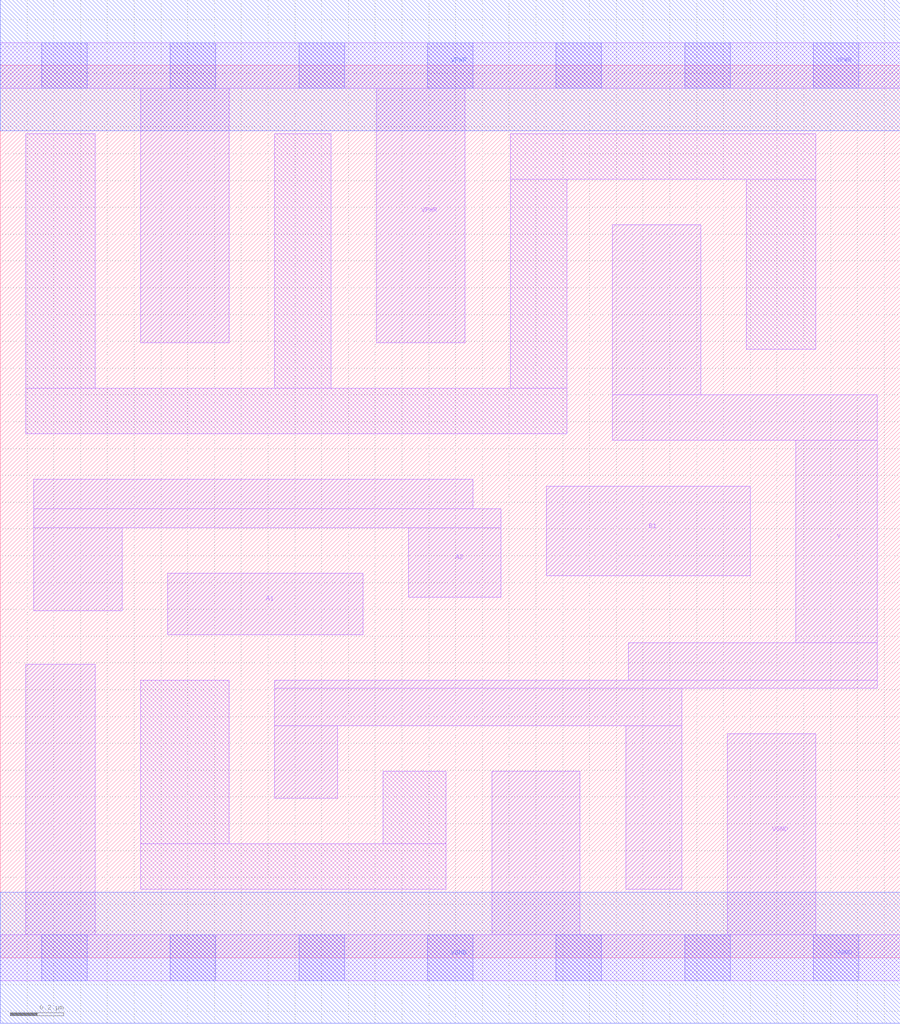
<source format=lef>
# Copyright 2020 The SkyWater PDK Authors
#
# Licensed under the Apache License, Version 2.0 (the "License");
# you may not use this file except in compliance with the License.
# You may obtain a copy of the License at
#
#     https://www.apache.org/licenses/LICENSE-2.0
#
# Unless required by applicable law or agreed to in writing, software
# distributed under the License is distributed on an "AS IS" BASIS,
# WITHOUT WARRANTIES OR CONDITIONS OF ANY KIND, either express or implied.
# See the License for the specific language governing permissions and
# limitations under the License.
#
# SPDX-License-Identifier: Apache-2.0

VERSION 5.7 ;
  NAMESCASESENSITIVE ON ;
  NOWIREEXTENSIONATPIN ON ;
  DIVIDERCHAR "/" ;
  BUSBITCHARS "[]" ;
UNITS
  DATABASE MICRONS 200 ;
END UNITS
MACRO sky130_fd_sc_lp__a21oi_2
  CLASS CORE ;
  SOURCE USER ;
  FOREIGN sky130_fd_sc_lp__a21oi_2 ;
  ORIGIN  0.000000  0.000000 ;
  SIZE  3.360000 BY  3.330000 ;
  SYMMETRY X Y R90 ;
  SITE unit ;
  PIN A1
    ANTENNAGATEAREA  0.630000 ;
    DIRECTION INPUT ;
    USE SIGNAL ;
    PORT
      LAYER li1 ;
        RECT 0.625000 1.205000 1.355000 1.435000 ;
    END
  END A1
  PIN A2
    ANTENNAGATEAREA  0.630000 ;
    DIRECTION INPUT ;
    USE SIGNAL ;
    PORT
      LAYER li1 ;
        RECT 0.125000 1.295000 0.455000 1.605000 ;
        RECT 0.125000 1.605000 1.870000 1.675000 ;
        RECT 0.125000 1.675000 1.765000 1.785000 ;
        RECT 1.525000 1.345000 1.870000 1.605000 ;
    END
  END A2
  PIN B1
    ANTENNAGATEAREA  0.630000 ;
    DIRECTION INPUT ;
    USE SIGNAL ;
    PORT
      LAYER li1 ;
        RECT 2.040000 1.425000 2.800000 1.760000 ;
    END
  END B1
  PIN Y
    ANTENNADIFFAREA  0.823200 ;
    DIRECTION OUTPUT ;
    USE SIGNAL ;
    PORT
      LAYER li1 ;
        RECT 1.025000 0.595000 1.260000 0.865000 ;
        RECT 1.025000 0.865000 2.545000 1.005000 ;
        RECT 1.025000 1.005000 3.275000 1.035000 ;
        RECT 2.285000 1.930000 3.275000 2.100000 ;
        RECT 2.285000 2.100000 2.615000 2.735000 ;
        RECT 2.335000 0.255000 2.545000 0.865000 ;
        RECT 2.345000 1.035000 3.275000 1.175000 ;
        RECT 2.970000 1.175000 3.275000 1.930000 ;
    END
  END Y
  PIN VGND
    DIRECTION INOUT ;
    USE GROUND ;
    PORT
      LAYER li1 ;
        RECT 0.000000 -0.085000 3.360000 0.085000 ;
        RECT 0.095000  0.085000 0.355000 1.095000 ;
        RECT 1.835000  0.085000 2.165000 0.695000 ;
        RECT 2.715000  0.085000 3.045000 0.835000 ;
      LAYER mcon ;
        RECT 0.155000 -0.085000 0.325000 0.085000 ;
        RECT 0.635000 -0.085000 0.805000 0.085000 ;
        RECT 1.115000 -0.085000 1.285000 0.085000 ;
        RECT 1.595000 -0.085000 1.765000 0.085000 ;
        RECT 2.075000 -0.085000 2.245000 0.085000 ;
        RECT 2.555000 -0.085000 2.725000 0.085000 ;
        RECT 3.035000 -0.085000 3.205000 0.085000 ;
      LAYER met1 ;
        RECT 0.000000 -0.245000 3.360000 0.245000 ;
    END
  END VGND
  PIN VPWR
    DIRECTION INOUT ;
    USE POWER ;
    PORT
      LAYER li1 ;
        RECT 0.000000 3.245000 3.360000 3.415000 ;
        RECT 0.525000 2.295000 0.855000 3.245000 ;
        RECT 1.405000 2.295000 1.735000 3.245000 ;
      LAYER mcon ;
        RECT 0.155000 3.245000 0.325000 3.415000 ;
        RECT 0.635000 3.245000 0.805000 3.415000 ;
        RECT 1.115000 3.245000 1.285000 3.415000 ;
        RECT 1.595000 3.245000 1.765000 3.415000 ;
        RECT 2.075000 3.245000 2.245000 3.415000 ;
        RECT 2.555000 3.245000 2.725000 3.415000 ;
        RECT 3.035000 3.245000 3.205000 3.415000 ;
      LAYER met1 ;
        RECT 0.000000 3.085000 3.360000 3.575000 ;
    END
  END VPWR
  OBS
    LAYER li1 ;
      RECT 0.095000 1.955000 2.115000 2.125000 ;
      RECT 0.095000 2.125000 0.355000 3.075000 ;
      RECT 0.525000 0.255000 1.665000 0.425000 ;
      RECT 0.525000 0.425000 0.855000 1.035000 ;
      RECT 1.025000 2.125000 1.235000 3.075000 ;
      RECT 1.430000 0.425000 1.665000 0.695000 ;
      RECT 1.905000 2.125000 2.115000 2.905000 ;
      RECT 1.905000 2.905000 3.045000 3.075000 ;
      RECT 2.785000 2.270000 3.045000 2.905000 ;
  END
END sky130_fd_sc_lp__a21oi_2

</source>
